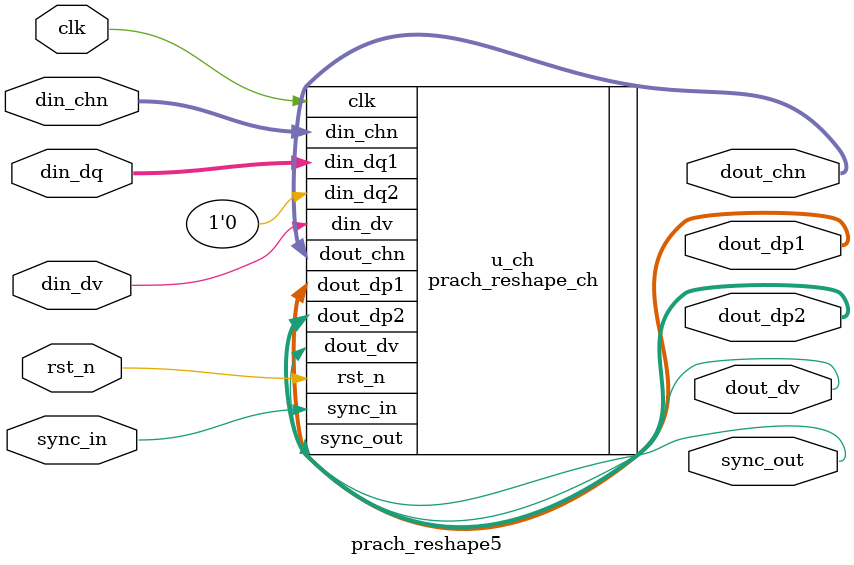
<source format=sv>
`timescale 1 ns / 1 ps
`default_nettype none

module prach_reshape5 (
    input var         clk,
    input var         rst_n,
    //
    input var  [15:0] din_dq,
    input var         din_dv,
    input var  [ 7:0] din_chn,
    input var         sync_in,
    //
    output var [15:0] dout_dp1,
    output var [15:0] dout_dp2,
    output var        dout_dv,
    output var [ 7:0] dout_chn,
    output var        sync_out
);

  prach_reshape_ch #(
      .SIZE(256)
  ) u_ch (
      .clk     (clk),
      .rst_n   (rst_n),
      //
      .din_dq1 (din_dq),
      .din_dq2 ('0),
      .din_dv  (din_dv),
      .din_chn (din_chn),
      .sync_in (sync_in),
      //
      .dout_dp1(dout_dp1),
      .dout_dp2(dout_dp2),
      .dout_dv (dout_dv),
      .dout_chn(dout_chn),
      .sync_out(sync_out)
  );

endmodule

`default_nettype wire

</source>
